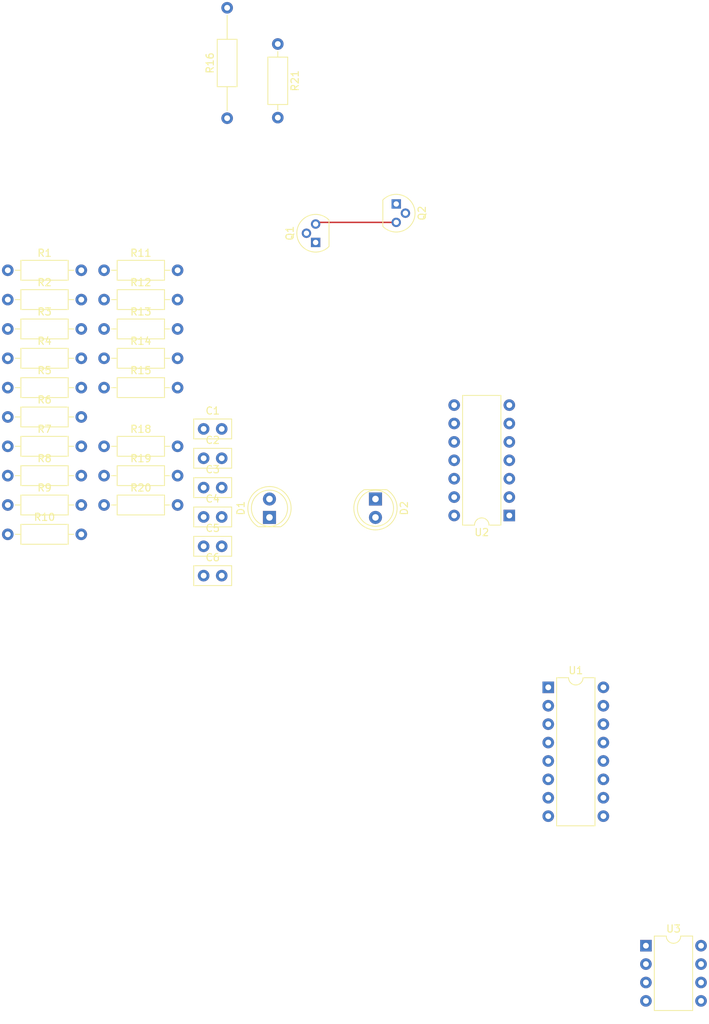
<source format=kicad_pcb>
(kicad_pcb (version 20240108) (generator "pcbnew") (generator_version "8.0")
  (layers (0 "F.Cu" signal) (31 "B.Cu" signal) (34 "B.Paste" user) (35 "F.Paste" user) (36 "B.SilkS" user "B.Silkscreen") (37 "F.SilkS" user "F.Silkscreen") (38 "B.Mask" user) (39 "F.Mask" user) (44 "Edge.Cuts" user))
  (net 0 "")
  (net 1 "Net-(R7-Pad2)")
  (net 2 "Net-(Q2-C)")
  (net 3 "Net-(Q1-B)")
  (net 4 "Input")
  (net 5 "Net-(U3A--)")
  (net 6 "Net-(C4-Pad2)")
  (net 7 "Net-(R18-Pad2)")
  (net 8 "GND")
  (net 9 "Net-(U1C--)")
  (net 10 "Net-(U2B--)")
  (net 11 "Net-(D1-K)")
  (net 12 "Net-(U1C-+)")
  (net 13 "Net-(D1-A)")
  (net 14 "-12V")
  (net 15 "Net-(Q1-C)")
  (net 16 "Net-(U1A-+)")
  (net 17 "Net-(U1A--)")
  (net 18 "Net-(U2C--)")
  (net 19 "Net-(R12-Pad2)")
  (net 20 "Net-(Q1-E)")
  (net 21 "Net-(C5-Pad1)")
  (net 22 "Net-(U2A-+)")
  (net 23 "+12V")
  (net 24 "Net-(U2B-+)")
  (net 26 "Net-(U2C-+)")
  (net 35 "Net-(R21-Pad1)")
  (net 36 "Net-(R16-Pad2)")
  (footprint "Capacitor_THT:C_Disc_D5.0mm_W2.5mm_P2.50mm" (layer "F.Cu") (at 102.25 91.75)
    (property "Reference" "C5" (at 1.25 -2.5 0) (layer "F.SilkS"))
    (property "Value" "4.7nf")
    (fp_line (start -1.37 -1.37) (end -1.37 1.37) (stroke (width 0.12)) (layer "F.SilkS"))
    (fp_line (start -1.37 -1.37) (end 3.87 -1.37) (stroke (width 0.12)) (layer "F.SilkS"))
    (fp_line (start -1.37 1.37) (end 3.87 1.37) (stroke (width 0.12)) (layer "F.SilkS"))
    (fp_line (start 3.87 -1.37) (end 3.87 1.37) (stroke (width 0.12)) (layer "F.SilkS"))
    (pad "1" thru_hole circle (at 0 0) (size 1.6 1.6) (drill 0.8) (layers "*.Cu" "*.Mask") (net 21 "Net-(C5-Pad1)"))
    (pad "2" thru_hole circle (at 2.5 0) (size 1.6 1.6) (drill 0.8) (layers "*.Cu" "*.Mask") (net 15 "Net-(Q1-C)"))
  )
  (footprint "Resistor_THT:R_Axial_DIN0207_L6.3mm_D2.5mm_P10.16mm_Horizontal" (layer "F.Cu") (at 75.18 82)
    (property "Reference" "R8" (at 5.08 -2.37 0) (layer "F.SilkS"))
    (property "Value" "10k")
    (fp_line (start 1.04 0) (end 1.81 0) (stroke (width 0.12)) (layer "F.SilkS"))
    (fp_line (start 1.81 -1.37) (end 1.81 1.37) (stroke (width 0.12)) (layer "F.SilkS"))
    (fp_line (start 1.81 1.37) (end 8.35 1.37) (stroke (width 0.12)) (layer "F.SilkS"))
    (fp_line (start 8.35 -1.37) (end 1.81 -1.37) (stroke (width 0.12)) (layer "F.SilkS"))
    (fp_line (start 8.35 1.37) (end 8.35 -1.37) (stroke (width 0.12)) (layer "F.SilkS"))
    (fp_line (start 9.12 0) (end 8.35 0) (stroke (width 0.12)) (layer "F.SilkS"))
    (pad "1" thru_hole circle (at 0 0) (size 1.6 1.6) (drill 0.8) (layers "*.Cu" "*.Mask") (net 10 "Net-(U2B--)"))
    (pad "2" thru_hole oval (at 10.16 0) (size 1.6 1.6) (drill 0.8) (layers "*.Cu" "*.Mask") (net 16 "Net-(U1A-+)"))
  )
  (footprint "Package_DIP:DIP-14_W7.62mm" (layer "F.Cu") (at 144.5 87.5 180)
    (property "Reference" "U2" (at 3.81 -2.33 360) (layer "F.SilkS"))
    (property "Value" "TL074")
    (fp_line (start 6.46 16.57) (end 6.46 -1.33) (stroke (width 0.12)) (layer "F.SilkS"))
    (fp_line (start 6.46 -1.33) (end 4.81 -1.33) (stroke (width 0.12)) (layer "F.SilkS"))
    (fp_line (start 2.81 -1.33) (end 1.16 -1.33) (stroke (width 0.12)) (layer "F.SilkS"))
    (fp_line (start 1.16 16.57) (end 6.46 16.57) (stroke (width 0.12)) (layer "F.SilkS"))
    (fp_line (start 1.16 -1.33) (end 1.16 16.57) (stroke (width 0.12)) (layer "F.SilkS"))
    (fp_arc (start 4.81 -1.33) (mid 3.81 -0.33) (end 2.81 -1.33) (stroke (width 0.12)) (layer "F.SilkS"))
    (pad "1" thru_hole rect (at 0 0 180) (size 1.6 1.6) (drill 0.8) (layers "*.Cu" "*.Mask") (net 13 "Net-(D1-A)"))
    (pad "2" thru_hole oval (at 0 2.54 180) (size 1.6 1.6) (drill 0.8) (layers "*.Cu" "*.Mask") (net 11 "Net-(D1-K)"))
    (pad "3" thru_hole oval (at 0 5.08 180) (size 1.6 1.6) (drill 0.8) (layers "*.Cu" "*.Mask") (net 22 "Net-(U2A-+)"))
    (pad "4" thru_hole oval (at 0 7.62 180) (size 1.6 1.6) (drill 0.8) (layers "*.Cu" "*.Mask") (net 23 "+12V"))
    (pad "5" thru_hole oval (at 0 10.16 180) (size 1.6 1.6) (drill 0.8) (layers "*.Cu" "*.Mask") (net 24 "Net-(U2B-+)"))
    (pad "6" thru_hole oval (at 0 12.7 180) (size 1.6 1.6) (drill 0.8) (layers "*.Cu" "*.Mask") (net 10 "Net-(U2B--)"))
    (pad "7" thru_hole oval (at 0 15.24 180) (size 1.6 1.6) (drill 0.8) (layers "*.Cu" "*.Mask") (net 10 "Net-(U2B--)"))
    (pad "8" thru_hole oval (at 7.62 15.24 180) (size 1.6 1.6) (drill 0.8) (layers "*.Cu" "*.Mask") (net 18 "Net-(U2C--)"))
    (pad "9" thru_hole oval (at 7.62 12.7 180) (size 1.6 1.6) (drill 0.8) (layers "*.Cu" "*.Mask") (net 18 "Net-(U2C--)"))
    (pad "10" thru_hole oval (at 7.62 10.16 180) (size 1.6 1.6) (drill 0.8) (layers "*.Cu" "*.Mask") (net 26 "Net-(U2C-+)"))
    (pad "11" thru_hole oval (at 7.62 7.62 180) (size 1.6 1.6) (drill 0.8) (layers "*.Cu" "*.Mask") (net 14 "-12V"))
    (pad "12" thru_hole oval (at 7.62 5.08 180) (size 1.6 1.6) (drill 0.8) (layers "*.Cu" "*.Mask") (net 8 "GND"))
    (pad "13" thru_hole oval (at 7.62 2.54 180) (size 1.6 1.6) (drill 0.8) (layers "*.Cu" "*.Mask") (net 15 "Net-(Q1-C)"))
    (pad "14" thru_hole oval (at 7.62 0 180) (size 1.6 1.6) (drill 0.8) (layers "*.Cu" "*.Mask") (net 21 "Net-(C5-Pad1)"))
  )
  (footprint "Resistor_THT:R_Axial_DIN0207_L6.3mm_D2.5mm_P10.16mm_Horizontal" (layer "F.Cu") (at 112.5 22.42 -90)
    (property "Reference" "R21" (at 5.08 -2.37 90) (layer "F.SilkS"))
    (property "Value" "100k")
    (fp_line (start 1.81 1.37) (end 8.35 1.37) (stroke (width 0.12)) (layer "F.SilkS"))
    (fp_line (start 8.35 1.37) (end 8.35 -1.37) (stroke (width 0.12)) (layer "F.SilkS"))
    (fp_line (start 1.04 0) (end 1.81 0) (stroke (width 0.12)) (layer "F.SilkS"))
    (fp_line (start 9.12 0) (end 8.35 0) (stroke (width 0.12)) (layer "F.SilkS"))
    (fp_line (start 1.81 -1.37) (end 1.81 1.37) (stroke (width 0.12)) (layer "F.SilkS"))
    (fp_line (start 8.35 -1.37) (end 1.81 -1.37) (stroke (width 0.12)) (layer "F.SilkS"))
    (pad "1" thru_hole circle (at 0 0 270) (size 1.6 1.6) (drill 0.8) (layers "*.Cu" "*.Mask") (net 35 "Net-(R21-Pad1)"))
    (pad "2" thru_hole oval (at 10.16 0 270) (size 1.6 1.6) (drill 0.8) (layers "*.Cu" "*.Mask") (net 3 "Net-(Q1-B)"))
  )
  (footprint "Resistor_THT:R_Axial_DIN0207_L6.3mm_D2.5mm_P10.16mm_Horizontal" (layer "F.Cu") (at 75.18 53.65)
    (property "Reference" "R1" (at 5.08 -2.37 0) (layer "F.SilkS"))
    (property "Value" "10k")
    (fp_line (start 1.04 0) (end 1.81 0) (stroke (width 0.12)) (layer "F.SilkS"))
    (fp_line (start 1.81 -1.37) (end 1.81 1.37) (stroke (width 0.12)) (layer "F.SilkS"))
    (fp_line (start 1.81 1.37) (end 8.35 1.37) (stroke (width 0.12)) (layer "F.SilkS"))
    (fp_line (start 8.35 -1.37) (end 1.81 -1.37) (stroke (width 0.12)) (layer "F.SilkS"))
    (fp_line (start 8.35 1.37) (end 8.35 -1.37) (stroke (width 0.12)) (layer "F.SilkS"))
    (fp_line (start 9.12 0) (end 8.35 0) (stroke (width 0.12)) (layer "F.SilkS"))
    (pad "1" thru_hole circle (at 0 0) (size 1.6 1.6) (drill 0.8) (layers "*.Cu" "*.Mask") (net 10 "Net-(U2B--)"))
    (pad "2" thru_hole oval (at 10.16 0) (size 1.6 1.6) (drill 0.8) (layers "*.Cu" "*.Mask") (net 9 "Net-(U1C--)"))
  )
  (footprint "Capacitor_THT:C_Disc_D5.0mm_W2.5mm_P2.50mm" (layer "F.Cu") (at 102.25 75.55)
    (property "Reference" "C1" (at 1.25 -2.5 0) (layer "F.SilkS"))
    (property "Value" "100nf")
    (fp_line (start -1.37 -1.37) (end -1.37 1.37) (stroke (width 0.12)) (layer "F.SilkS"))
    (fp_line (start -1.37 -1.37) (end 3.87 -1.37) (stroke (width 0.12)) (layer "F.SilkS"))
    (fp_line (start -1.37 1.37) (end 3.87 1.37) (stroke (width 0.12)) (layer "F.SilkS"))
    (fp_line (start 3.87 -1.37) (end 3.87 1.37) (stroke (width 0.12)) (layer "F.SilkS"))
    (pad "1" thru_hole circle (at 0 0) (size 1.6 1.6) (drill 0.8) (layers "*.Cu" "*.Mask") (net 14 "-12V"))
    (pad "2" thru_hole circle (at 2.5 0) (size 1.6 1.6) (drill 0.8) (layers "*.Cu" "*.Mask") (net 8 "GND"))
  )
  (footprint "Resistor_THT:R_Axial_DIN0207_L6.3mm_D2.5mm_P10.16mm_Horizontal" (layer "F.Cu") (at 88.49 57.7)
    (property "Reference" "R12" (at 5.08 -2.37 0) (layer "F.SilkS"))
    (property "Value" "10k")
    (fp_line (start 1.04 0) (end 1.81 0) (stroke (width 0.12)) (layer "F.SilkS"))
    (fp_line (start 1.81 -1.37) (end 1.81 1.37) (stroke (width 0.12)) (layer "F.SilkS"))
    (fp_line (start 1.81 1.37) (end 8.35 1.37) (stroke (width 0.12)) (layer "F.SilkS"))
    (fp_line (start 8.35 -1.37) (end 1.81 -1.37) (stroke (width 0.12)) (layer "F.SilkS"))
    (fp_line (start 8.35 1.37) (end 8.35 -1.37) (stroke (width 0.12)) (layer "F.SilkS"))
    (fp_line (start 9.12 0) (end 8.35 0) (stroke (width 0.12)) (layer "F.SilkS"))
    (pad "1" thru_hole circle (at 0 0) (size 1.6 1.6) (drill 0.8) (layers "*.Cu" "*.Mask") (net 2 "Net-(Q2-C)"))
    (pad "2" thru_hole oval (at 10.16 0) (size 1.6 1.6) (drill 0.8) (layers "*.Cu" "*.Mask") (net 19 "Net-(R12-Pad2)"))
  )
  (footprint "LED_THT:LED_D5.0mm" (layer "F.Cu") (at 126 85.225 -90)
    (property "Reference" "D2" (at 1.27 -3.96 90) (layer "F.SilkS"))
    (property "Value" "LED")
    (fp_line (start -1.29 -1.545) (end -1.29 1.545) (stroke (width 0.12)) (layer "F.SilkS"))
    (fp_arc (start 4.26 -0.000462) (mid 2.072002 2.880433) (end -1.29 1.54483) (stroke (width 0.12)) (layer "F.SilkS"))
    (fp_arc (start -1.29 -1.54483) (mid 2.072002 -2.880433) (end 4.26 0.000462) (stroke (width 0.12)) (layer "F.SilkS"))
    (fp_circle (center 1.27 0) (end 3.77 0) (stroke (width 0.12)) (fill none) (layer "F.SilkS"))
    (pad "1" thru_hole rect (at 0 0 270) (size 1.8 1.8) (drill 0.9) (layers "*.Cu" "*.Mask") (net 13 "Net-(D1-A)"))
    (pad "2" thru_hole circle (at 2.54 0 270) (size 1.8 1.8) (drill 0.9) (layers "*.Cu" "*.Mask") (net 11 "Net-(D1-K)"))
  )
  (footprint "Resistor_THT:R_Axial_DIN0207_L6.3mm_D2.5mm_P10.16mm_Horizontal" (layer "F.Cu") (at 75.18 61.75)
    (property "Reference" "R3" (at 5.08 -2.37 0) (layer "F.SilkS"))
    (property "Value" "220R")
    (fp_line (start 1.04 0) (end 1.81 0) (stroke (width 0.12)) (layer "F.SilkS"))
    (fp_line (start 1.81 -1.37) (end 1.81 1.37) (stroke (width 0.12)) (layer "F.SilkS"))
    (fp_line (start 1.81 1.37) (end 8.35 1.37) (stroke (width 0.12)) (layer "F.SilkS"))
    (fp_line (start 8.35 -1.37) (end 1.81 -1.37) (stroke (width 0.12)) (layer "F.SilkS"))
    (fp_line (start 8.35 1.37) (end 8.35 -1.37) (stroke (width 0.12)) (layer "F.SilkS"))
    (fp_line (start 9.12 0) (end 8.35 0) (stroke (width 0.12)) (layer "F.SilkS"))
    (pad "1" thru_hole circle (at 0 0) (size 1.6 1.6) (drill 0.8) (layers "*.Cu" "*.Mask") (net 9 "Net-(U1C--)"))
    (pad "2" thru_hole oval (at 10.16 0) (size 1.6 1.6) (drill 0.8) (layers "*.Cu" "*.Mask") (net 8 "GND"))
  )
  (footprint "Resistor_THT:R_Axial_DIN0207_L6.3mm_D2.5mm_P10.16mm_Horizontal" (layer "F.Cu") (at 75.18 73.9)
    (property "Reference" "R6" (at 5.08 -2.37 0) (layer "F.SilkS"))
    (property "Value" "10k")
    (fp_line (start 1.04 0) (end 1.81 0) (stroke (width 0.12)) (layer "F.SilkS"))
    (fp_line (start 1.81 -1.37) (end 1.81 1.37) (stroke (width 0.12)) (layer "F.SilkS"))
    (fp_line (start 1.81 1.37) (end 8.35 1.37) (stroke (width 0.12)) (layer "F.SilkS"))
    (fp_line (start 8.35 -1.37) (end 1.81 -1.37) (stroke (width 0.12)) (layer "F.SilkS"))
    (fp_line (start 8.35 1.37) (end 8.35 -1.37) (stroke (width 0.12)) (layer "F.SilkS"))
    (fp_line (start 9.12 0) (end 8.35 0) (stroke (width 0.12)) (layer "F.SilkS"))
    (pad "1" thru_hole circle (at 0 0) (size 1.6 1.6) (drill 0.8) (layers "*.Cu" "*.Mask") (net 13 "Net-(D1-A)"))
    (pad "2" thru_hole oval (at 10.16 0) (size 1.6 1.6) (drill 0.8) (layers "*.Cu" "*.Mask") (net 11 "Net-(D1-K)"))
  )
  (footprint "Resistor_THT:R_Axial_DIN0207_L6.3mm_D2.5mm_P10.16mm_Horizontal" (layer "F.Cu") (at 75.18 65.8)
    (property "Reference" "R4" (at 5.08 -2.37 0) (layer "F.SilkS"))
    (property "Value" "1k8")
    (fp_line (start 1.04 0) (end 1.81 0) (stroke (width 0.12)) (layer "F.SilkS"))
    (fp_line (start 1.81 -1.37) (end 1.81 1.37) (stroke (width 0.12)) (layer "F.SilkS"))
    (fp_line (start 1.81 1.37) (end 8.35 1.37) (stroke (width 0.12)) (layer "F.SilkS"))
    (fp_line (start 8.35 -1.37) (end 1.81 -1.37) (stroke (width 0.12)) (layer "F.SilkS"))
    (fp_line (start 8.35 1.37) (end 8.35 -1.37) (stroke (width 0.12)) (layer "F.SilkS"))
    (fp_line (start 9.12 0) (end 8.35 0) (stroke (width 0.12)) (layer "F.SilkS"))
    (pad "1" thru_hole circle (at 0 0) (size 1.6 1.6) (drill 0.8) (layers "*.Cu" "*.Mask") (net 11 "Net-(D1-K)"))
    (pad "2" thru_hole oval (at 10.16 0) (size 1.6 1.6) (drill 0.8) (layers "*.Cu" "*.Mask") (net 8 "GND"))
  )
  (footprint "LED_THT:LED_D5.0mm" (layer "F.Cu") (at 111.35 87.765 90)
    (property "Reference" "D1" (at 1.27 -3.96 90) (layer "F.SilkS"))
    (property "Value" "LED")
    (fp_line (start -1.29 -1.545) (end -1.29 1.545) (stroke (width 0.12)) (layer "F.SilkS"))
    (fp_arc (start -1.29 -1.54483) (mid 2.072002 -2.880433) (end 4.26 0.000462) (stroke (width 0.12)) (layer "F.SilkS"))
    (fp_arc (start 4.26 -0.000462) (mid 2.072002 2.880433) (end -1.29 1.54483) (stroke (width 0.12)) (layer "F.SilkS"))
    (fp_circle (center 1.27 0) (end 3.77 0) (stroke (width 0.12)) (fill none) (layer "F.SilkS"))
    (pad "1" thru_hole rect (at 0 0 90) (size 1.8 1.8) (drill 0.9) (layers "*.Cu" "*.Mask") (net 11 "Net-(D1-K)"))
    (pad "2" thru_hole circle (at 2.54 0 90) (size 1.8 1.8) (drill 0.9) (layers "*.Cu" "*.Mask") (net 13 "Net-(D1-A)"))
  )
  (footprint "Resistor_THT:R_Axial_DIN0207_L6.3mm_D2.5mm_P10.16mm_Horizontal" (layer "F.Cu") (at 88.49 65.8)
    (property "Reference" "R14" (at 5.08 -2.37 0) (layer "F.SilkS"))
    (property "Value" "470k")
    (fp_line (start 1.04 0) (end 1.81 0) (stroke (width 0.12)) (layer "F.SilkS"))
    (fp_line (start 1.81 -1.37) (end 1.81 1.37) (stroke (width 0.12)) (layer "F.SilkS"))
    (fp_line (start 1.81 1.37) (end 8.35 1.37) (stroke (width 0.12)) (layer "F.SilkS"))
    (fp_line (start 8.35 -1.37) (end 1.81 -1.37) (stroke (width 0.12)) (layer "F.SilkS"))
    (fp_line (start 8.35 1.37) (end 8.35 -1.37) (stroke (width 0.12)) (layer "F.SilkS"))
    (fp_line (start 9.12 0) (end 8.35 0) (stroke (width 0.12)) (layer "F.SilkS"))
    (pad "1" thru_hole circle (at 0 0) (size 1.6 1.6) (drill 0.8) (layers "*.Cu" "*.Mask") (net 15 "Net-(Q1-C)"))
    (pad "2" thru_hole oval (at 10.16 0) (size 1.6 1.6) (drill 0.8) (layers "*.Cu" "*.Mask") (net 14 "-12V"))
  )
  (footprint "Resistor_THT:R_Axial_DIN0207_L6.3mm_D2.5mm_P10.16mm_Horizontal" (layer "F.Cu") (at 88.49 53.65)
    (property "Reference" "R11" (at 5.08 -2.37 0) (layer "F.SilkS"))
    (property "Value" "220R")
    (fp_line (start 1.04 0) (end 1.81 0) (stroke (width 0.12)) (layer "F.SilkS"))
    (fp_line (start 1.81 -1.37) (end 1.81 1.37) (stroke (width 0.12)) (layer "F.SilkS"))
    (fp_line (start 1.81 1.37) (end 8.35 1.37) (stroke (width 0.12)) (layer "F.SilkS"))
    (fp_line (start 8.35 -1.37) (end 1.81 -1.37) (stroke (width 0.12)) (layer "F.SilkS"))
    (fp_line (start 8.35 1.37) (end 8.35 -1.37) (stroke (width 0.12)) (layer "F.SilkS"))
    (fp_line (start 9.12 0) (end 8.35 0) (stroke (width 0.12)) (layer "F.SilkS"))
    (pad "1" thru_hole circle (at 0 0) (size 1.6 1.6) (drill 0.8) (layers "*.Cu" "*.Mask") (net 17 "Net-(U1A--)"))
    (pad "2" thru_hole oval (at 10.16 0) (size 1.6 1.6) (drill 0.8) (layers "*.Cu" "*.Mask") (net 8 "GND"))
  )
  (footprint "Resistor_THT:R_Axial_DIN0207_L6.3mm_D2.5mm_P10.16mm_Horizontal" (layer "F.Cu") (at 88.49 82)
    (property "Reference" "R19" (at 5.08 -2.37 0) (layer "F.SilkS"))
    (property "Value" "100k")
    (fp_line (start 1.04 0) (end 1.81 0) (stroke (width 0.12)) (layer "F.SilkS"))
    (fp_line (start 1.81 -1.37) (end 1.81 1.37) (stroke (width 0.12)) (layer "F.SilkS"))
    (fp_line (start 1.81 1.37) (end 8.35 1.37) (stroke (width 0.12)) (layer "F.SilkS"))
    (fp_line (start 8.35 -1.37) (end 1.81 -1.37) (stroke (width 0.12)) (layer "F.SilkS"))
    (fp_line (start 8.35 1.37) (end 8.35 -1.37) (stroke (width 0.12)) (layer "F.SilkS"))
    (fp_line (start 9.12 0) (end 8.35 0) (stroke (width 0.12)) (layer "F.SilkS"))
    (pad "1" thru_hole circle (at 0 0) (size 1.6 1.6) (drill 0.8) (layers "*.Cu" "*.Mask") (net 6 "Net-(C4-Pad2)"))
    (pad "2" thru_hole oval (at 10.16 0) (size 1.6 1.6) (drill 0.8) (layers "*.Cu" "*.Mask") (net 5 "Net-(U3A--)"))
  )
  (footprint "Resistor_THT:R_Axial_DIN0207_L6.3mm_D2.5mm_P10.16mm_Horizontal" (layer "F.Cu") (at 88.49 86.05)
    (property "Reference" "R20" (at 5.08 -2.37 0) (layer "F.SilkS"))
    (property "Value" "100k")
    (fp_line (start 1.04 0) (end 1.81 0) (stroke (width 0.12)) (layer "F.SilkS"))
    (fp_line (start 1.81 -1.37) (end 1.81 1.37) (stroke (width 0.12)) (layer "F.SilkS"))
    (fp_line (start 1.81 1.37) (end 8.35 1.37) (stroke (width 0.12)) (layer "F.SilkS"))
    (fp_line (start 8.35 -1.37) (end 1.81 -1.37) (stroke (width 0.12)) (layer "F.SilkS"))
    (fp_line (start 8.35 1.37) (end 8.35 -1.37) (stroke (width 0.12)) (layer "F.SilkS"))
    (fp_line (start 9.12 0) (end 8.35 0) (stroke (width 0.12)) (layer "F.SilkS"))
    (pad "1" thru_hole circle (at 0 0) (size 1.6 1.6) (drill 0.8) (layers "*.Cu" "*.Mask") (net 5 "Net-(U3A--)"))
    (pad "2" thru_hole oval (at 10.16 0) (size 1.6 1.6) (drill 0.8) (layers "*.Cu" "*.Mask") (net 4 "Input"))
  )
  (footprint "Resistor_THT:R_Axial_DIN0207_L6.3mm_D2.5mm_P10.16mm_Horizontal" (layer "F.Cu") (at 75.18 77.95)
    (property "Reference" "R7" (at 5.08 -2.37 0) (layer "F.SilkS"))
    (property "Value" "10k")
    (fp_line (start 1.04 0) (end 1.81 0) (stroke (width 0.12)) (layer "F.SilkS"))
    (fp_line (start 1.81 -1.37) (end 1.81 1.37) (stroke (width 0.12)) (layer "F.SilkS"))
    (fp_line (start 1.81 1.37) (end 8.35 1.37) (stroke (width 0.12)) (layer "F.SilkS"))
    (fp_line (start 8.35 -1.37) (end 1.81 -1.37) (stroke (width 0.12)) (layer "F.SilkS"))
    (fp_line (start 8.35 1.37) (end 8.35 -1.37) (stroke (width 0.12)) (layer "F.SilkS"))
    (fp_line (start 9.12 0) (end 8.35 0) (stroke (width 0.12)) (layer "F.SilkS"))
    (pad "1" thru_hole circle (at 0 0) (size 1.6 1.6) (drill 0.8) (layers "*.Cu" "*.Mask") (net 2 "Net-(Q2-C)"))
    (pad "2" thru_hole oval (at 10.16 0) (size 1.6 1.6) (drill 0.8) (layers "*.Cu" "*.Mask") (net 1 "Net-(R7-Pad2)"))
  )
  (footprint "Resistor_THT:R_Axial_DIN0207_L6.3mm_D2.5mm_P10.16mm_Horizontal" (layer "F.Cu") (at 75.18 69.85)
    (property "Reference" "R5" (at 5.08 -2.37 0) (layer "F.SilkS"))
    (property "Value" "220R")
    (fp_line (start 1.04 0) (end 1.81 0) (stroke (width 0.12)) (layer "F.SilkS"))
    (fp_line (start 1.81 -1.37) (end 1.81 1.37) (stroke (width 0.12)) (layer "F.SilkS"))
    (fp_line (start 1.81 1.37) (end 8.35 1.37) (stroke (width 0.12)) (layer "F.SilkS"))
    (fp_line (start 8.35 -1.37) (end 1.81 -1.37) (stroke (width 0.12)) (layer "F.SilkS"))
    (fp_line (start 8.35 1.37) (end 8.35 -1.37) (stroke (width 0.12)) (layer "F.SilkS"))
    (fp_line (start 9.12 0) (end 8.35 0) (stroke (width 0.12)) (layer "F.SilkS"))
    (pad "1" thru_hole circle (at 0 0) (size 1.6 1.6) (drill 0.8) (layers "*.Cu" "*.Mask") (net 8 "GND"))
    (pad "2" thru_hole oval (at 10.16 0) (size 1.6 1.6) (drill 0.8) (layers "*.Cu" "*.Mask") (net 12 "Net-(U1C-+)"))
  )
  (footprint "Capacitor_THT:C_Disc_D5.0mm_W2.5mm_P2.50mm" (layer "F.Cu") (at 102.25 95.8)
    (property "Reference" "C6" (at 1.25 -2.5 0) (layer "F.SilkS"))
    (property "Value" "1nf")
    (fp_line (start -1.37 -1.37) (end -1.37 1.37) (stroke (width 0.12)) (layer "F.SilkS"))
    (fp_line (start -1.37 -1.37) (end 3.87 -1.37) (stroke (width 0.12)) (layer "F.SilkS"))
    (fp_line (start -1.37 1.37) (end 3.87 1.37) (stroke (width 0.12)) (layer "F.SilkS"))
    (fp_line (start 3.87 -1.37) (end 3.87 1.37) (stroke (width 0.12)) (layer "F.SilkS"))
    (pad "1" thru_hole circle (at 0 0) (size 1.6 1.6) (drill 0.8) (layers "*.Cu" "*.Mask") (net 8 "GND"))
    (pad "2" thru_hole circle (at 2.5 0) (size 1.6 1.6) (drill 0.8) (layers "*.Cu" "*.Mask") (net 26 "Net-(U2C-+)"))
  )
  (footprint "Resistor_THT:R_Axial_DIN0207_L6.3mm_D2.5mm_P15.24mm_Horizontal" (layer "F.Cu") (at 105.5 32.66 90)
    (property "Reference" "R16" (at 7.62 -2.37 90) (layer "F.SilkS"))
    (property "Value" "100k")
    (fp_line (start 10.89 -1.37) (end 4.35 -1.37) (stroke (width 0.12)) (layer "F.SilkS"))
    (fp_line (start 4.35 -1.37) (end 4.35 1.37) (stroke (width 0.12)) (layer "F.SilkS"))
    (fp_line (start 14.2 0) (end 10.89 0) (stroke (width 0.12)) (layer "F.SilkS"))
    (fp_line (start 1.04 0) (end 4.35 0) (stroke (width 0.12)) (layer "F.SilkS"))
    (fp_line (start 10.89 1.37) (end 10.89 -1.37) (stroke (width 0.12)) (layer "F.SilkS"))
    (fp_line (start 4.35 1.37) (end 10.89 1.37) (stroke (width 0.12)) (layer "F.SilkS"))
    (pad "1" thru_hole circle (at 0 0 90) (size 1.6 1.6) (drill 0.8) (layers "*.Cu" "*.Mask") (net 3 "Net-(Q1-B)"))
    (pad "2" thru_hole oval (at 15.24 0 90) (size 1.6 1.6) (drill 0.8) (layers "*.Cu" "*.Mask") (net 36 "Net-(R16-Pad2)"))
  )
  (footprint "Capacitor_THT:C_Disc_D5.0mm_W2.5mm_P2.50mm" (layer "F.Cu") (at 102.25 79.6)
    (property "Reference" "C2" (at 1.25 -2.5 0) (layer "F.SilkS"))
    (property "Value" "100nf")
    (fp_line (start -1.37 -1.37) (end -1.37 1.37) (stroke (width 0.12)) (layer "F.SilkS"))
    (fp_line (start -1.37 -1.37) (end 3.87 -1.37) (stroke (width 0.12)) (layer "F.SilkS"))
    (fp_line (start -1.37 1.37) (end 3.87 1.37) (stroke (width 0.12)) (layer "F.SilkS"))
    (fp_line (start 3.87 -1.37) (end 3.87 1.37) (stroke (width 0.12)) (layer "F.SilkS"))
    (pad "1" thru_hole circle (at 0 0) (size 1.6 1.6) (drill 0.8) (layers "*.Cu" "*.Mask") (net 8 "GND"))
    (pad "2" thru_hole circle (at 2.5 0) (size 1.6 1.6) (drill 0.8) (layers "*.Cu" "*.Mask") (net 23 "+12V"))
  )
  (footprint "Package_DIP:DIP-16_W7.62mm" (layer "F.Cu") (at 149.88 111.22)
    (property "Reference" "U1" (at 3.81 -2.33 0) (layer "F.SilkS"))
    (property "Value" "LM13700")
    (fp_line (start 1.16 -1.33) (end 1.16 19.11) (stroke (width 0.12)) (layer "F.SilkS"))
    (fp_line (start 1.16 19.11) (end 6.46 19.11) (stroke (width 0.12)) (layer "F.SilkS"))
    (fp_line (start 2.81 -1.33) (end 1.16 -1.33) (stroke (width 0.12)) (layer "F.SilkS"))
    (fp_line (start 6.46 -1.33) (end 4.81 -1.33) (stroke (width 0.12)) (layer "F.SilkS"))
    (fp_line (start 6.46 19.11) (end 6.46 -1.33) (stroke (width 0.12)) (layer "F.SilkS"))
    (fp_arc (start 4.81 -1.33) (mid 3.81 -0.33) (end 2.81 -1.33) (stroke (width 0.12)) (layer "F.SilkS"))
    (pad "1" thru_hole rect (at 0 0) (size 1.6 1.6) (drill 0.8) (layers "*.Cu" "*.Mask") (net 1 "Net-(R7-Pad2)"))
    (pad "2" thru_hole oval (at 0 2.54) (size 1.6 1.6) (drill 0.8) (layers "*.Cu" "*.Mask"))
    (pad "3" thru_hole oval (at 0 5.08) (size 1.6 1.6) (drill 0.8) (layers "*.Cu" "*.Mask") (net 12 "Net-(U1C-+)"))
    (pad "4" thru_hole oval (at 0 7.62) (size 1.6 1.6) (drill 0.8) (layers "*.Cu" "*.Mask") (net 9 "Net-(U1C--)"))
    (pad "5" thru_hole oval (at 0 10.16) (size 1.6 1.6) (drill 0.8) (layers "*.Cu" "*.Mask") (net 24 "Net-(U2B-+)"))
    (pad "6" thru_hole oval (at 0 12.7) (size 1.6 1.6) (drill 0.8) (layers "*.Cu" "*.Mask") (net 14 "-12V"))
    (pad "7" thru_hole oval (at 0 15.24) (size 1.6 1.6) (drill 0.8) (layers "*.Cu" "*.Mask"))
    (pad "8" thru_hole oval (at 0 17.78) (size 1.6 1.6) (drill 0.8) (layers "*.Cu" "*.Mask"))
    (pad "9" thru_hole oval (at 7.62 17.78) (size 1.6 1.6) (drill 0.8) (layers "*.Cu" "*.Mask"))
    (pad "10" thru_hole oval (at 7.62 15.24) (size 1.6 1.6) (drill 0.8) (layers "*.Cu" "*.Mask"))
    (pad "11" thru_hole oval (at 7.62 12.7) (size 1.6 1.6) (drill 0.8) (layers "*.Cu" "*.Mask") (net 23 "+12V"))
    (pad "12" thru_hole oval (at 7.62 10.16) (size 1.6 1.6) (drill 0.8) (layers "*.Cu" "*.Mask") (net 26 "Net-(U2C-+)"))
    (pad "13" thru_hole oval (at 7.62 7.62) (size 1.6 1.6) (drill 0.8) (layers "*.Cu" "*.Mask") (net 17 "Net-(U1A--)"))
    (pad "14" thru_hole oval (at 7.62 5.08) (size 1.6 1.6) (drill 0.8) (layers "*.Cu" "*.Mask") (net 16 "Net-(U1A-+)"))
    (pad "15" thru_hole oval (at 7.62 2.54) (size 1.6 1.6) (drill 0.8) (layers "*.Cu" "*.Mask"))
    (pad "16" thru_hole oval (at 7.62 0) (size 1.6 1.6) (drill 0.8) (layers "*.Cu" "*.Mask") (net 19 "Net-(R12-Pad2)"))
  )
  (footprint "Resistor_THT:R_Axial_DIN0207_L6.3mm_D2.5mm_P10.16mm_Horizontal" (layer "F.Cu") (at 88.49 77.95)
    (property "Reference" "R18" (at 5.08 -2.37 0) (layer "F.SilkS"))
    (property "Value" "100k")
    (fp_line (start 1.04 0) (end 1.81 0) (stroke (width 0.12)) (layer "F.SilkS"))
    (fp_line (start 1.81 -1.37) (end 1.81 1.37) (stroke (width 0.12)) (layer "F.SilkS"))
    (fp_line (start 1.81 1.37) (end 8.35 1.37) (stroke (width 0.12)) (layer "F.SilkS"))
    (fp_line (start 8.35 -1.37) (end 1.81 -1.37) (stroke (width 0.12)) (layer "F.SilkS"))
    (fp_line (start 8.35 1.37) (end 8.35 -1.37) (stroke (width 0.12)) (layer "F.SilkS"))
    (fp_line (start 9.12 0) (end 8.35 0) (stroke (width 0.12)) (layer "F.SilkS"))
    (pad "1" thru_hole circle (at 0 0) (size 1.6 1.6) (drill 0.8) (layers "*.Cu" "*.Mask") (net 5 "Net-(U3A--)"))
    (pad "2" thru_hole oval (at 10.16 0) (size 1.6 1.6) (drill 0.8) (layers "*.Cu" "*.Mask") (net 7 "Net-(R18-Pad2)"))
  )
  (footprint "Capacitor_THT:C_Disc_D5.0mm_W2.5mm_P2.50mm" (layer "F.Cu") (at 102.25 87.7)
    (property "Reference" "C4" (at 1.25 -2.5 0) (layer "F.SilkS"))
    (property "Value" "470nf")
    (fp_line (start -1.37 -1.37) (end -1.37 1.37) (stroke (width 0.12)) (layer "F.SilkS"))
    (fp_line (start -1.37 -1.37) (end 3.87 -1.37) (stroke (width 0.12)) (layer "F.SilkS"))
    (fp_line (start -1.37 1.37) (end 3.87 1.37) (stroke (width 0.12)) (layer "F.SilkS"))
    (fp_line (start 3.87 -1.37) (end 3.87 1.37) (stroke (width 0.12)) (layer "F.SilkS"))
    (pad "1" thru_hole circle (at 0 0) (size 1.6 1.6) (drill 0.8) (layers "*.Cu" "*.Mask") (net 18 "Net-(U2C--)"))
    (pad "2" thru_hole circle (at 2.5 0) (size 1.6 1.6) (drill 0.8) (layers "*.Cu" "*.Mask") (net 6 "Net-(C4-Pad2)"))
  )
  (footprint "Package_DIP:DIP-8_W7.62mm" (layer "F.Cu") (at 163.38 146.88)
    (property "Reference" "U3" (at 3.81 -2.33 0) (layer "F.SilkS"))
    (property "Value" "TL072")
    (fp_line (start 1.16 -1.33) (end 1.16 8.95) (stroke (width 0.12)) (layer "F.SilkS"))
    (fp_line (start 1.16 8.95) (end 6.46 8.95) (stroke (width 0.12)) (layer "F.SilkS"))
    (fp_line (start 2.81 -1.33) (end 1.16 -1.33) (stroke (width 0.12)) (layer "F.SilkS"))
    (fp_line (start 6.46 -1.33) (end 4.81 -1.33) (stroke (width 0.12)) (layer "F.SilkS"))
    (fp_line (start 6.46 8.95) (end 6.46 -1.33) (stroke (width 0.12)) (layer "F.SilkS"))
    (fp_arc (start 4.81 -1.33) (mid 3.81 -0.33) (end 2.81 -1.33) (stroke (width 0.12)) (layer "F.SilkS"))
    (pad "1" thru_hole rect (at 0 0) (size 1.6 1.6) (drill 0.8) (layers "*.Cu" "*.Mask") (net 7 "Net-(R18-Pad2)"))
    (pad "2" thru_hole oval (at 0 2.54) (size 1.6 1.6) (drill 0.8) (layers "*.Cu" "*.Mask") (net 5 "Net-(U3A--)"))
    (pad "3" thru_hole oval (at 0 5.08) (size 1.6 1.6) (drill 0.8) (layers "*.Cu" "*.Mask") (net 8 "GND"))
    (pad "4" thru_hole oval (at 0 7.62) (size 1.6 1.6) (drill 0.8) (layers "*.Cu" "*.Mask") (net 14 "-12V"))
    (pad "5" thru_hole oval (at 7.62 7.62) (size 1.6 1.6) (drill 0.8) (layers "*.Cu" "*.Mask"))
    (pad "6" thru_hole oval (at 7.62 5.08) (size 1.6 1.6) (drill 0.8) (layers "*.Cu" "*.Mask"))
    (pad "7" thru_hole oval (at 7.62 2.54) (size 1.6 1.6) (drill 0.8) (layers "*.Cu" "*.Mask"))
    (pad "8" thru_hole oval (at 7.62 0) (size 1.6 1.6) (drill 0.8) (layers "*.Cu" "*.Mask") (net 23 "+12V"))
  )
  (footprint "Resistor_THT:R_Axial_DIN0207_L6.3mm_D2.5mm_P10.16mm_Horizontal" (layer "F.Cu") (at 75.18 57.7)
    (property "Reference" "R2" (at 5.08 -2.37 0) (layer "F.SilkS"))
    (property "Value" "10k")
    (fp_line (start 1.04 0) (end 1.81 0) (stroke (width 0.12)) (layer "F.SilkS"))
    (fp_line (start 1.81 -1.37) (end 1.81 1.37) (stroke (width 0.12)) (layer "F.SilkS"))
    (fp_line (start 1.81 1.37) (end 8.35 1.37) (stroke (width 0.12)) (layer "F.SilkS"))
    (fp_line (start 8.35 -1.37) (end 1.81 -1.37) (stroke (width 0.12)) (layer "F.SilkS"))
    (fp_line (start 8.35 1.37) (end 8.35 -1.37) (stroke (width 0.12)) (layer "F.SilkS"))
    (fp_line (start 9.12 0) (end 8.35 0) (stroke (width 0.12)) (layer "F.SilkS"))
    (pad "1" thru_hole circle (at 0 0) (size 1.6 1.6) (drill 0.8) (layers "*.Cu" "*.Mask") (net 9 "Net-(U1C--)"))
    (pad "2" thru_hole oval (at 10.16 0) (size 1.6 1.6) (drill 0.8) (layers "*.Cu" "*.Mask") (net 4 "Input"))
  )
  (footprint "Resistor_THT:R_Axial_DIN0207_L6.3mm_D2.5mm_P10.16mm_Horizontal" (layer "F.Cu") (at 88.49 69.85)
    (property "Reference" "R15" (at 5.08 -2.37 0) (layer "F.SilkS"))
    (property "Value" "1k8")
    (fp_line (start 1.04 0) (end 1.81 0) (stroke (width 0.12)) (layer "F.SilkS"))
    (fp_line (start 1.81 -1.37) (end 1.81 1.37) (stroke (width 0.12)) (layer "F.SilkS"))
    (fp_line (start 1.81 1.37) (end 8.35 1.37) (stroke (width 0.12)) (layer "F.SilkS"))
    (fp_line (start 8.35 -1.37) (end 1.81 -1.37) (stroke (width 0.12)) (layer "F.SilkS"))
    (fp_line (start 8.35 1.37) (end 8.35 -1.37) (stroke (width 0.12)) (layer "F.SilkS"))
    (fp_line (start 9.12 0) (end 8.35 0) (stroke (width 0.12)) (layer "F.SilkS"))
    (pad "1" thru_hole circle (at 0 0) (size 1.6 1.6) (drill 0.8) (layers "*.Cu" "*.Mask") (net 8 "GND"))
    (pad "2" thru_hole oval (at 10.16 0) (size 1.6 1.6) (drill 0.8) (layers "*.Cu" "*.Mask") (net 3 "Net-(Q1-B)"))
  )
  (footprint "Resistor_THT:R_Axial_DIN0207_L6.3mm_D2.5mm_P10.16mm_Horizontal" (layer "F.Cu") (at 88.49 61.75)
    (property "Reference" "R13" (at 5.08 -2.37 0) (layer "F.SilkS"))
    (property "Value" "4k7")
    (fp_line (start 1.04 0) (end 1.81 0) (stroke (width 0.12)) (layer "F.SilkS"))
    (fp_line (start 1.81 -1.37) (end 1.81 1.37) (stroke (width 0.12)) (layer "F.SilkS"))
    (fp_line (start 1.81 1.37) (end 8.35 1.37) (stroke (width 0.12)) (layer "F.SilkS"))
    (fp_line (start 8.35 -1.37) (end 1.81 -1.37) (stroke (width 0.12)) (layer "F.SilkS"))
    (fp_line (start 8.35 1.37) (end 8.35 -1.37) (stroke (width 0.12)) (layer "F.SilkS"))
    (fp_line (start 9.12 0) (end 8.35 0) (stroke (width 0.12)) (layer "F.SilkS"))
    (pad "1" thru_hole circle (at 0 0) (size 1.6 1.6) (drill 0.8) (layers "*.Cu" "*.Mask") (net 20 "Net-(Q1-E)"))
    (pad "2" thru_hole oval (at 10.16 0) (size 1.6 1.6) (drill 0.8) (layers "*.Cu" "*.Mask") (net 21 "Net-(C5-Pad1)"))
  )
  (footprint "Resistor_THT:R_Axial_DIN0207_L6.3mm_D2.5mm_P10.16mm_Horizontal" (layer "F.Cu") (at 75.18 86.05)
    (property "Reference" "R9" (at 5.08 -2.37 0) (layer "F.SilkS"))
    (property "Value" "220R")
    (fp_line (start 1.04 0) (end 1.81 0) (stroke (width 0.12)) (layer "F.SilkS"))
    (fp_line (start 1.81 -1.37) (end 1.81 1.37) (stroke (width 0.12)) (layer "F.SilkS"))
    (fp_line (start 1.81 1.37) (end 8.35 1.37) (stroke (width 0.12)) (layer "F.SilkS"))
    (fp_line (start 8.35 -1.37) (end 1.81 -1.37) (stroke (width 0.12)) (layer "F.SilkS"))
    (fp_line (start 8.35 1.37) (end 8.35 -1.37) (stroke (width 0.12)) (layer "F.SilkS"))
    (fp_line (start 9.12 0) (end 8.35 0) (stroke (width 0.12)) (layer "F.SilkS"))
    (pad "1" thru_hole circle (at 0 0) (size 1.6 1.6) (drill 0.8) (layers "*.Cu" "*.Mask") (net 16 "Net-(U1A-+)"))
    (pad "2" thru_hole oval (at 10.16 0) (size 1.6 1.6) (drill 0.8) (layers "*.Cu" "*.Mask") (net 8 "GND"))
  )
  (footprint "Capacitor_THT:C_Disc_D5.0mm_W2.5mm_P2.50mm" (layer "F.Cu") (at 102.25 83.65)
    (property "Reference" "C3" (at 1.25 -2.5 0) (layer "F.SilkS"))
    (property "Value" "1nf")
    (fp_line (start -1.37 -1.37) (end -1.37 1.37) (stroke (width 0.12)) (layer "F.SilkS"))
    (fp_line (start -1.37 -1.37) (end 3.87 -1.37) (stroke (width 0.12)) (layer "F.SilkS"))
    (fp_line (start -1.37 1.37) (end 3.87 1.37) (stroke (width 0.12)) (layer "F.SilkS"))
    (fp_line (start 3.87 -1.37) (end 3.87 1.37) (stroke (width 0.12)) (layer "F.SilkS"))
    (pad "1" thru_hole circle (at 0 0) (size 1.6 1.6) (drill 0.8) (layers "*.Cu" "*.Mask") (net 13 "Net-(D1-A)"))
    (pad "2" thru_hole circle (at 2.5 0) (size 1.6 1.6) (drill 0.8) (layers "*.Cu" "*.Mask") (net 24 "Net-(U2B-+)"))
  )
  (footprint "Package_TO_SOT_THT:TO-92" (layer "F.Cu") (at 128.87 44.5 -90)
    (property "Reference" "Q2" (at 1.27 -3.56 90) (layer "F.SilkS"))
    (property "Value" "PNP")
    (fp_line (start -0.53 1.85) (end 3.07 1.85) (stroke (width 0.12)) (layer "F.SilkS"))
    (fp_arc (start -0.568478 1.838478) (mid -1.132087 -0.994977) (end 1.27 -2.6) (stroke (width 0.12)) (layer "F.SilkS"))
    (fp_arc (start 1.27 -2.6) (mid 3.672087 -0.994977) (end 3.108478 1.838478) (stroke (width 0.12)) (layer "F.SilkS"))
    (pad "1" thru_hole rect (at 0 0 270) (size 1.3 1.3) (drill 0.75) (layers "*.Cu" "*.Mask") (net 2 "Net-(Q2-C)"))
    (pad "2" thru_hole circle (at 1.27 -1.27 270) (size 1.3 1.3) (drill 0.75) (layers "*.Cu" "*.Mask") (net 8 "GND"))
    (pad "3" thru_hole circle (at 2.54 0 270) (size 1.3 1.3) (drill 0.75) (layers "*.Cu" "*.Mask") (net 20 "Net-(Q1-E)"))
  )
  (footprint "Package_TO_SOT_THT:TO-92" (layer "F.Cu") (at 117.73 49.81 90)
    (property "Reference" "Q1" (at 1.27 -3.56 90) (layer "F.SilkS"))
    (property "Value" "PNP")
    (fp_line (start -0.53 1.85) (end 3.07 1.85) (stroke (width 0.12)) (layer "F.SilkS"))
    (fp_arc (start 1.27 -2.6) (mid 3.672087 -0.994977) (end 3.108478 1.838478) (stroke (width 0.12)) (layer "F.SilkS"))
    (fp_arc (start -0.568478 1.838478) (mid -1.132087 -0.994977) (end 1.27 -2.6) (stroke (width 0.12)) (layer "F.SilkS"))
    (pad "1" thru_hole rect (at 0 0 90) (size 1.3 1.3) (drill 0.75) (layers "*.Cu" "*.Mask") (net 15 "Net-(Q1-C)"))
    (pad "2" thru_hole circle (at 1.27 -1.27 90) (size 1.3 1.3) (drill 0.75) (layers "*.Cu" "*.Mask") (net 3 "Net-(Q1-B)"))
    (pad "3" thru_hole circle (at 2.54 0 90) (size 1.3 1.3) (drill 0.75) (layers "*.Cu" "*.Mask") (net 20 "Net-(Q1-E)"))
  )
  (footprint "Resistor_THT:R_Axial_DIN0207_L6.3mm_D2.5mm_P10.16mm_Horizontal" (layer "F.Cu") (at 75.18 90.1)
    (property "Reference" "R10" (at 5.08 -2.37 0) (layer "F.SilkS"))
    (property "Value" "10k")
    (fp_line (start 1.04 0) (end 1.81 0) (stroke (width 0.12)) (layer "F.SilkS"))
    (fp_line (start 1.81 -1.37) (end 1.81 1.37) (stroke (width 0.12)) (layer "F.SilkS"))
    (fp_line (start 1.81 1.37) (end 8.35 1.37) (stroke (width 0.12)) (layer "F.SilkS"))
    (fp_line (start 8.35 -1.37) (end 1.81 -1.37) (stroke (width 0.12)) (layer "F.SilkS"))
    (fp_line (start 8.35 1.37) (end 8.35 -1.37) (stroke (width 0.12)) (layer "F.SilkS"))
    (fp_line (start 9.12 0) (end 8.35 0) (stroke (width 0.12)) (layer "F.SilkS"))
    (pad "1" thru_hole circle (at 0 0) (size 1.6 1.6) (drill 0.8) (layers "*.Cu" "*.Mask") (net 17 "Net-(U1A--)"))
    (pad "2" thru_hole oval (at 10.16 0) (size 1.6 1.6) (drill 0.8) (layers "*.Cu" "*.Mask") (net 18 "Net-(U2C--)"))
  )
  (segment (start 128.87 47.04) (end 118.04 47.04) (width 0.2) (layer "F.Cu") (net 20))
  (segment (start 118.04 47.04) (end 118 47) (width 0.2) (layer "F.Cu") (net 20))
)
</source>
